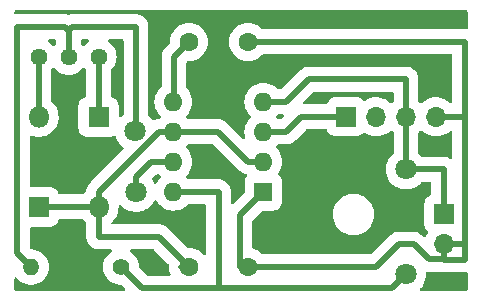
<source format=gbr>
G04 #@! TF.GenerationSoftware,KiCad,Pcbnew,8.0.6*
G04 #@! TF.CreationDate,2025-01-06T16:58:27+01:00*
G04 #@! TF.ProjectId,rc6502_fan_pwm,72633635-3032-45f6-9661-6e5f70776d2e,rev?*
G04 #@! TF.SameCoordinates,PX98005a8PY24f0c98*
G04 #@! TF.FileFunction,Copper,L2,Bot*
G04 #@! TF.FilePolarity,Positive*
%FSLAX46Y46*%
G04 Gerber Fmt 4.6, Leading zero omitted, Abs format (unit mm)*
G04 Created by KiCad (PCBNEW 8.0.6) date 2025-01-06 16:58:27*
%MOMM*%
%LPD*%
G01*
G04 APERTURE LIST*
G04 #@! TA.AperFunction,ComponentPad*
%ADD10C,1.440000*%
G04 #@! TD*
G04 #@! TA.AperFunction,ComponentPad*
%ADD11R,1.700000X1.700000*%
G04 #@! TD*
G04 #@! TA.AperFunction,ComponentPad*
%ADD12O,1.700000X1.700000*%
G04 #@! TD*
G04 #@! TA.AperFunction,ComponentPad*
%ADD13R,1.800000X1.800000*%
G04 #@! TD*
G04 #@! TA.AperFunction,ComponentPad*
%ADD14O,1.800000X1.800000*%
G04 #@! TD*
G04 #@! TA.AperFunction,ComponentPad*
%ADD15R,1.600000X1.600000*%
G04 #@! TD*
G04 #@! TA.AperFunction,ComponentPad*
%ADD16O,1.600000X1.600000*%
G04 #@! TD*
G04 #@! TA.AperFunction,ComponentPad*
%ADD17C,1.400000*%
G04 #@! TD*
G04 #@! TA.AperFunction,ComponentPad*
%ADD18O,1.400000X1.400000*%
G04 #@! TD*
G04 #@! TA.AperFunction,ComponentPad*
%ADD19C,1.600000*%
G04 #@! TD*
G04 #@! TA.AperFunction,ViaPad*
%ADD20C,1.800000*%
G04 #@! TD*
G04 #@! TA.AperFunction,Conductor*
%ADD21C,0.500000*%
G04 #@! TD*
G04 APERTURE END LIST*
D10*
G04 #@! TO.P,RV1,1,1*
G04 #@! TO.N,Net-(D1-K)*
X-31750000Y-4445000D03*
G04 #@! TO.P,RV1,2,2*
G04 #@! TO.N,Net-(U1-DIS)*
X-34290000Y-4445000D03*
G04 #@! TO.P,RV1,3,3*
G04 #@! TO.N,Net-(D2-A)*
X-36830000Y-4445000D03*
G04 #@! TD*
D11*
G04 #@! TO.P,J2,1,Pin_1*
G04 #@! TO.N,/PWM*
X-10795000Y-9525000D03*
D12*
G04 #@! TO.P,J2,2,Pin_2*
G04 #@! TO.N,unconnected-(J2-Pin_2-Pad2)*
X-8255000Y-9525000D03*
G04 #@! TO.P,J2,3,Pin_3*
G04 #@! TO.N,/VCC*
X-5715000Y-9525000D03*
G04 #@! TO.P,J2,4,Pin_4*
G04 #@! TO.N,/GND*
X-3175000Y-9525000D03*
G04 #@! TD*
D13*
G04 #@! TO.P,D2,1,K*
G04 #@! TO.N,Net-(D1-A)*
X-36830000Y-17145000D03*
D14*
G04 #@! TO.P,D2,2,A*
G04 #@! TO.N,Net-(D2-A)*
X-36830000Y-9525000D03*
G04 #@! TD*
D13*
G04 #@! TO.P,D1,1,K*
G04 #@! TO.N,Net-(D1-K)*
X-31750000Y-9525000D03*
D14*
G04 #@! TO.P,D1,2,A*
G04 #@! TO.N,Net-(D1-A)*
X-31750000Y-17145000D03*
G04 #@! TD*
D15*
G04 #@! TO.P,U1,1,GND*
G04 #@! TO.N,/GND*
X-17790000Y-15865000D03*
D16*
G04 #@! TO.P,U1,2,TR*
G04 #@! TO.N,Net-(D1-A)*
X-17790000Y-13325000D03*
G04 #@! TO.P,U1,3,Q*
G04 #@! TO.N,/PWM*
X-17790000Y-10785000D03*
G04 #@! TO.P,U1,4,R*
G04 #@! TO.N,/VCC*
X-17790000Y-8245000D03*
G04 #@! TO.P,U1,5,CV*
G04 #@! TO.N,Net-(U1-CV)*
X-25410000Y-8245000D03*
G04 #@! TO.P,U1,6,THR*
G04 #@! TO.N,Net-(D1-A)*
X-25410000Y-10785000D03*
G04 #@! TO.P,U1,7,DIS*
G04 #@! TO.N,Net-(U1-DIS)*
X-25410000Y-13325000D03*
G04 #@! TO.P,U1,8,VCC*
G04 #@! TO.N,/VCC*
X-25410000Y-15865000D03*
G04 #@! TD*
D17*
G04 #@! TO.P,R2,1*
G04 #@! TO.N,/VCC*
X-29845000Y-22225000D03*
D18*
G04 #@! TO.P,R2,2*
G04 #@! TO.N,Net-(U1-DIS)*
X-37465000Y-22225000D03*
G04 #@! TD*
D19*
G04 #@! TO.P,C2,1*
G04 #@! TO.N,Net-(U1-CV)*
X-24090000Y-3175000D03*
G04 #@! TO.P,C2,2*
G04 #@! TO.N,/GND*
X-19090000Y-3175000D03*
G04 #@! TD*
G04 #@! TO.P,C1,2*
G04 #@! TO.N,/GND*
X-19090000Y-22225000D03*
G04 #@! TO.P,C1,1*
G04 #@! TO.N,Net-(D1-A)*
X-24090000Y-22225000D03*
G04 #@! TD*
D12*
G04 #@! TO.P,J1,2,Pin_2*
G04 #@! TO.N,/GND*
X-2515000Y-20320000D03*
D11*
G04 #@! TO.P,J1,1,Pin_1*
G04 #@! TO.N,/VCC*
X-2515000Y-17780000D03*
G04 #@! TD*
D20*
G04 #@! TO.N,/VCC*
X-5715000Y-13970000D03*
X-5715000Y-22860000D03*
G04 #@! TO.N,Net-(U1-DIS)*
X-28575000Y-15875000D03*
X-28647805Y-10722195D03*
G04 #@! TD*
D21*
G04 #@! TO.N,/VCC*
X-17790000Y-8245000D02*
X-15865000Y-8245000D01*
X-13970000Y-6350000D02*
X-5715000Y-6350000D01*
X-15865000Y-8245000D02*
X-13970000Y-6350000D01*
X-5715000Y-6350000D02*
X-5715000Y-9525000D01*
G04 #@! TO.N,/PWM*
X-10795000Y-9525000D02*
X-14605000Y-9525000D01*
X-14605000Y-9525000D02*
X-15875000Y-10795000D01*
X-15875000Y-10795000D02*
X-17780000Y-10795000D01*
X-17780000Y-10795000D02*
X-17790000Y-10785000D01*
G04 #@! TO.N,/VCC*
X-5715000Y-13970000D02*
X-2540000Y-13970000D01*
X-2540000Y-13970000D02*
X-2515000Y-13995000D01*
X-2515000Y-13995000D02*
X-2515000Y-17780000D01*
X-5715000Y-13970000D02*
X-5715000Y-9525000D01*
G04 #@! TO.N,/GND*
X-19765000Y-17840000D02*
X-19765000Y-22225000D01*
X-19765000Y-22225000D02*
X-8255000Y-22225000D01*
X-8255000Y-22225000D02*
X-6350000Y-20320000D01*
X-17790000Y-15865000D02*
X-19765000Y-17840000D01*
X-5080000Y-20320000D02*
X-3810000Y-21590000D01*
X-6350000Y-20320000D02*
X-5080000Y-20320000D01*
X-3810000Y-21590000D02*
X-2535000Y-21590000D01*
G04 #@! TO.N,/VCC*
X-22860000Y-24015000D02*
X-21590000Y-24015000D01*
X-23505000Y-15865000D02*
X-25410000Y-15865000D01*
X-21590000Y-24015000D02*
X-21590000Y-15875000D01*
X-23495000Y-15875000D02*
X-23505000Y-15865000D01*
X-21590000Y-15875000D02*
X-23495000Y-15875000D01*
G04 #@! TO.N,/GND*
X-19090000Y-3175000D02*
X-750000Y-3175000D01*
X-750000Y-3175000D02*
X-750000Y-9525000D01*
G04 #@! TO.N,Net-(U1-CV)*
X-24090000Y-3175000D02*
X-25360000Y-4445000D01*
X-25360000Y-4445000D02*
X-25360000Y-8195000D01*
X-25360000Y-8195000D02*
X-25410000Y-8245000D01*
G04 #@! TO.N,Net-(D1-A)*
X-31750000Y-17145000D02*
X-31750000Y-19685000D01*
X-26630000Y-19685000D02*
X-24090000Y-22225000D01*
X-31750000Y-19685000D02*
X-26630000Y-19685000D01*
X-24090000Y-22225000D02*
X-24765000Y-22225000D01*
G04 #@! TO.N,/GND*
X-750000Y-20320000D02*
X-750000Y-9525000D01*
X-750000Y-21610000D02*
X-750000Y-20320000D01*
X-750000Y-20320000D02*
X-2515000Y-20320000D01*
X-2535000Y-21590000D02*
X-2515000Y-21570000D01*
X-2515000Y-21570000D02*
X-2515000Y-20320000D01*
G04 #@! TO.N,/VCC*
X-5715000Y-22860000D02*
X-6870000Y-24015000D01*
X-6870000Y-24015000D02*
X-22860000Y-24015000D01*
G04 #@! TO.N,/GND*
X-2535000Y-21590000D02*
X-2515000Y-21610000D01*
G04 #@! TO.N,Net-(U1-DIS)*
X-33972500Y-1905000D02*
X-34290000Y-2222500D01*
X-28647805Y-10722195D02*
X-28575000Y-10649390D01*
X-28575000Y-1905000D02*
X-33972500Y-1905000D01*
X-28575000Y-10649390D02*
X-28575000Y-1905000D01*
X-28575000Y-14605000D02*
X-27295000Y-13325000D01*
X-28575000Y-15875000D02*
X-28575000Y-14605000D01*
X-27295000Y-13325000D02*
X-25410000Y-13325000D01*
G04 #@! TO.N,Net-(D1-A)*
X-25410000Y-10785000D02*
X-26660000Y-10785000D01*
X-26660000Y-10785000D02*
X-31750000Y-15875000D01*
X-31750000Y-15875000D02*
X-31750000Y-17145000D01*
X-17790000Y-13325000D02*
X-19060000Y-13325000D01*
X-19060000Y-13325000D02*
X-21600000Y-10785000D01*
X-21600000Y-10785000D02*
X-25410000Y-10785000D01*
G04 #@! TO.N,/VCC*
X-29845000Y-22225000D02*
X-28055000Y-24015000D01*
X-28055000Y-24015000D02*
X-22860000Y-24015000D01*
G04 #@! TO.N,Net-(U1-DIS)*
X-37465000Y-22225000D02*
X-38620000Y-21070000D01*
X-38620000Y-21070000D02*
X-38620000Y-1905000D01*
X-38620000Y-1905000D02*
X-34607500Y-1905000D01*
X-34607500Y-1905000D02*
X-34290000Y-2222500D01*
X-34290000Y-2222500D02*
X-34290000Y-3175000D01*
G04 #@! TO.N,/GND*
X-750000Y-9525000D02*
X-3175000Y-9525000D01*
G04 #@! TO.N,Net-(D1-A)*
X-36830000Y-17145000D02*
X-31750000Y-17145000D01*
G04 #@! TO.N,Net-(D1-K)*
X-31750000Y-4445000D02*
X-31750000Y-9525000D01*
G04 #@! TO.N,Net-(U1-DIS)*
X-34290000Y-3175000D02*
X-34290000Y-4445000D01*
G04 #@! TO.N,Net-(D2-A)*
X-36830000Y-9525000D02*
X-36830000Y-4445000D01*
G04 #@! TO.N,/GND*
X-2515000Y-21610000D02*
X-750000Y-21610000D01*
G04 #@! TD*
G04 #@! TA.AperFunction,NonConductor*
G36*
X-32602045Y-2975185D02*
G01*
X-32556290Y-3027989D01*
X-32546346Y-3097147D01*
X-32575371Y-3160703D01*
X-32604294Y-3185227D01*
X-32646489Y-3211083D01*
X-32646494Y-3211087D01*
X-32828481Y-3366519D01*
X-32925710Y-3480360D01*
X-32984217Y-3518553D01*
X-33054085Y-3519052D01*
X-33113131Y-3481698D01*
X-33114290Y-3480360D01*
X-33160591Y-3426148D01*
X-33209791Y-3368542D01*
X-33238361Y-3304782D01*
X-33239500Y-3288012D01*
X-33239500Y-3079500D01*
X-33219815Y-3012461D01*
X-33167011Y-2966706D01*
X-33115500Y-2955500D01*
X-32669084Y-2955500D01*
X-32602045Y-2975185D01*
G37*
G04 #@! TD.AperFunction*
G04 #@! TA.AperFunction,NonConductor*
G36*
X-35397461Y-2975185D02*
G01*
X-35351706Y-3027989D01*
X-35340500Y-3079500D01*
X-35340500Y-3288012D01*
X-35360185Y-3355051D01*
X-35370207Y-3368539D01*
X-35419409Y-3426148D01*
X-35465710Y-3480360D01*
X-35524217Y-3518553D01*
X-35594085Y-3519052D01*
X-35653131Y-3481698D01*
X-35654290Y-3480360D01*
X-35700589Y-3426151D01*
X-35751519Y-3366519D01*
X-35851014Y-3281543D01*
X-35933507Y-3211087D01*
X-35933512Y-3211083D01*
X-35975706Y-3185227D01*
X-36022581Y-3133415D01*
X-36034004Y-3064486D01*
X-36006347Y-3000323D01*
X-35948391Y-2961298D01*
X-35910916Y-2955500D01*
X-35464500Y-2955500D01*
X-35397461Y-2975185D01*
G37*
G04 #@! TD.AperFunction*
G04 #@! TA.AperFunction,NonConductor*
G36*
X-6822461Y-7420185D02*
G01*
X-6776706Y-7472989D01*
X-6765500Y-7524500D01*
X-6765500Y-8194494D01*
X-6785185Y-8261533D01*
X-6808968Y-8288784D01*
X-6885683Y-8354305D01*
X-6885685Y-8354307D01*
X-6885687Y-8354309D01*
X-6885689Y-8354311D01*
X-6890713Y-8360193D01*
X-6949219Y-8398383D01*
X-7019087Y-8398881D01*
X-7078132Y-8361526D01*
X-7079233Y-8360256D01*
X-7084311Y-8354311D01*
X-7281860Y-8185588D01*
X-7503372Y-8049846D01*
X-7503373Y-8049845D01*
X-7503377Y-8049843D01*
X-7669373Y-7981086D01*
X-7743390Y-7950427D01*
X-7743389Y-7950427D01*
X-7881079Y-7917370D01*
X-7996006Y-7889779D01*
X-7996008Y-7889778D01*
X-7996009Y-7889778D01*
X-8255000Y-7869396D01*
X-8513991Y-7889778D01*
X-8766611Y-7950427D01*
X-9006627Y-8049845D01*
X-9190796Y-8162703D01*
X-9258241Y-8180947D01*
X-9324844Y-8159830D01*
X-9343266Y-8144656D01*
X-9442738Y-8045184D01*
X-9595477Y-7949211D01*
X-9765746Y-7889631D01*
X-9765751Y-7889630D01*
X-9900040Y-7874500D01*
X-9900046Y-7874500D01*
X-11689954Y-7874500D01*
X-11689961Y-7874500D01*
X-11824250Y-7889630D01*
X-11824255Y-7889631D01*
X-11994524Y-7949211D01*
X-12147263Y-8045184D01*
X-12274816Y-8172737D01*
X-12370790Y-8325478D01*
X-12393875Y-8391454D01*
X-12434597Y-8448230D01*
X-12499549Y-8473978D01*
X-12510917Y-8474500D01*
X-14309507Y-8474500D01*
X-14376546Y-8454815D01*
X-14422301Y-8402011D01*
X-14432245Y-8332853D01*
X-14403220Y-8269297D01*
X-14397188Y-8262819D01*
X-14033579Y-7899211D01*
X-13571187Y-7436819D01*
X-13509864Y-7403334D01*
X-13483506Y-7400500D01*
X-6889500Y-7400500D01*
X-6822461Y-7420185D01*
G37*
G04 #@! TD.AperFunction*
G04 #@! TA.AperFunction,NonConductor*
G36*
X-29682461Y-2975185D02*
G01*
X-29636706Y-3027989D01*
X-29625500Y-3079500D01*
X-29625500Y-9265118D01*
X-29645185Y-9332157D01*
X-29679646Y-9367570D01*
X-29711020Y-9388960D01*
X-29841159Y-9509712D01*
X-29903691Y-9540880D01*
X-29973148Y-9533293D01*
X-30027477Y-9489359D01*
X-30049428Y-9423028D01*
X-30049500Y-9418813D01*
X-30049500Y-8580043D01*
X-30049501Y-8580039D01*
X-30064631Y-8445750D01*
X-30064632Y-8445745D01*
X-30079935Y-8402011D01*
X-30124211Y-8275478D01*
X-30143362Y-8245000D01*
X-30176810Y-8191768D01*
X-30220184Y-8122738D01*
X-30347738Y-7995184D01*
X-30418968Y-7950427D01*
X-30500477Y-7899211D01*
X-30616455Y-7858629D01*
X-30673231Y-7817907D01*
X-30698978Y-7752954D01*
X-30699500Y-7741587D01*
X-30699500Y-5601988D01*
X-30679815Y-5534949D01*
X-30669794Y-5521460D01*
X-30516086Y-5341491D01*
X-30515092Y-5339870D01*
X-30391035Y-5137427D01*
X-30299447Y-4916313D01*
X-30264730Y-4771707D01*
X-30243576Y-4683594D01*
X-30224798Y-4445000D01*
X-30243576Y-4206406D01*
X-30299447Y-3973687D01*
X-30310334Y-3947402D01*
X-30391035Y-3752572D01*
X-30516084Y-3548511D01*
X-30516088Y-3548506D01*
X-30620589Y-3426151D01*
X-30671519Y-3366519D01*
X-30771014Y-3281543D01*
X-30853507Y-3211087D01*
X-30853512Y-3211083D01*
X-30895706Y-3185227D01*
X-30942581Y-3133415D01*
X-30954004Y-3064486D01*
X-30926347Y-3000323D01*
X-30868391Y-2961298D01*
X-30830916Y-2955500D01*
X-29749500Y-2955500D01*
X-29682461Y-2975185D01*
G37*
G04 #@! TD.AperFunction*
G04 #@! TA.AperFunction,NonConductor*
G36*
X-16093454Y-9315185D02*
G01*
X-16047699Y-9367989D01*
X-16037755Y-9437147D01*
X-16066780Y-9500703D01*
X-16072812Y-9507181D01*
X-16273812Y-9708181D01*
X-16335135Y-9741666D01*
X-16361493Y-9744500D01*
X-16516709Y-9744500D01*
X-16583748Y-9724815D01*
X-16610999Y-9701032D01*
X-16619550Y-9691021D01*
X-16654776Y-9649776D01*
X-16702181Y-9609289D01*
X-16740373Y-9550784D01*
X-16740872Y-9480916D01*
X-16703518Y-9421870D01*
X-16702244Y-9420764D01*
X-16654776Y-9380224D01*
X-16619540Y-9338967D01*
X-16561035Y-9300776D01*
X-16525251Y-9295500D01*
X-16160493Y-9295500D01*
X-16093454Y-9315185D01*
G37*
G04 #@! TD.AperFunction*
G04 #@! TA.AperFunction,NonConductor*
G36*
X-557461Y-520185D02*
G01*
X-511706Y-572989D01*
X-500500Y-624500D01*
X-500500Y-2002453D01*
X-520185Y-2069492D01*
X-572989Y-2115247D01*
X-640457Y-2124947D01*
X-640471Y-2125097D01*
X-641078Y-2125037D01*
X-642147Y-2125191D01*
X-645709Y-2124581D01*
X-646533Y-2124500D01*
X-646535Y-2124500D01*
X-17825251Y-2124500D01*
X-17892290Y-2104815D01*
X-17919538Y-2081034D01*
X-17954776Y-2039776D01*
X-17954777Y-2039775D01*
X-18146344Y-1876161D01*
X-18146347Y-1876160D01*
X-18361141Y-1744533D01*
X-18593890Y-1648126D01*
X-18838849Y-1589317D01*
X-19090000Y-1569551D01*
X-19341152Y-1589317D01*
X-19586111Y-1648126D01*
X-19818860Y-1744533D01*
X-20033654Y-1876160D01*
X-20033657Y-1876161D01*
X-20225224Y-2039776D01*
X-20388839Y-2231343D01*
X-20388840Y-2231346D01*
X-20520467Y-2446140D01*
X-20616874Y-2678889D01*
X-20675683Y-2923848D01*
X-20695449Y-3175000D01*
X-20675683Y-3426151D01*
X-20616874Y-3671110D01*
X-20520467Y-3903859D01*
X-20388840Y-4118653D01*
X-20388839Y-4118656D01*
X-20388836Y-4118659D01*
X-20225224Y-4310224D01*
X-20076934Y-4436875D01*
X-20033657Y-4473838D01*
X-20033654Y-4473839D01*
X-19818860Y-4605466D01*
X-19586111Y-4701873D01*
X-19341148Y-4760683D01*
X-19090000Y-4780449D01*
X-18838852Y-4760683D01*
X-18593889Y-4701873D01*
X-18361141Y-4605466D01*
X-18146341Y-4473836D01*
X-17954776Y-4310224D01*
X-17919540Y-4268967D01*
X-17861035Y-4230776D01*
X-17825251Y-4225500D01*
X-1924500Y-4225500D01*
X-1857461Y-4245185D01*
X-1811706Y-4297989D01*
X-1800500Y-4349500D01*
X-1800500Y-8259405D01*
X-1820185Y-8326444D01*
X-1872989Y-8372199D01*
X-1942147Y-8382143D01*
X-2005031Y-8353695D01*
X-2201857Y-8185590D01*
X-2209434Y-8180947D01*
X-2423372Y-8049846D01*
X-2423373Y-8049845D01*
X-2423377Y-8049843D01*
X-2589373Y-7981086D01*
X-2663390Y-7950427D01*
X-2663389Y-7950427D01*
X-2801079Y-7917370D01*
X-2916006Y-7889779D01*
X-2916008Y-7889778D01*
X-2916009Y-7889778D01*
X-3175000Y-7869396D01*
X-3433991Y-7889778D01*
X-3686611Y-7950427D01*
X-3926624Y-8049843D01*
X-4148141Y-8185588D01*
X-4345687Y-8354309D01*
X-4345689Y-8354311D01*
X-4350713Y-8360193D01*
X-4409219Y-8398383D01*
X-4479087Y-8398881D01*
X-4538132Y-8361526D01*
X-4539233Y-8360256D01*
X-4544311Y-8354311D01*
X-4578070Y-8325478D01*
X-4621032Y-8288784D01*
X-4659225Y-8230277D01*
X-4664500Y-8194494D01*
X-4664500Y-6246534D01*
X-4664501Y-6246530D01*
X-4704869Y-6043587D01*
X-4704870Y-6043580D01*
X-4784059Y-5852402D01*
X-4899023Y-5680345D01*
X-4899025Y-5680342D01*
X-5045343Y-5534024D01*
X-5131374Y-5476541D01*
X-5217402Y-5419059D01*
X-5408580Y-5339870D01*
X-5408588Y-5339868D01*
X-5611531Y-5299500D01*
X-5611535Y-5299500D01*
X-13860401Y-5299500D01*
X-13860421Y-5299499D01*
X-13866535Y-5299499D01*
X-14073465Y-5299499D01*
X-14073467Y-5299499D01*
X-14276415Y-5339868D01*
X-14276425Y-5339871D01*
X-14467592Y-5419054D01*
X-14467605Y-5419061D01*
X-14639655Y-5534022D01*
X-14639659Y-5534025D01*
X-16263812Y-7158181D01*
X-16325135Y-7191666D01*
X-16351493Y-7194500D01*
X-16525251Y-7194500D01*
X-16592290Y-7174815D01*
X-16619538Y-7151034D01*
X-16654776Y-7109776D01*
X-16689501Y-7080118D01*
X-16846344Y-6946161D01*
X-16846347Y-6946160D01*
X-17061141Y-6814533D01*
X-17293890Y-6718126D01*
X-17538849Y-6659317D01*
X-17790000Y-6639551D01*
X-18041152Y-6659317D01*
X-18286111Y-6718126D01*
X-18518860Y-6814533D01*
X-18733654Y-6946160D01*
X-18733657Y-6946161D01*
X-18925224Y-7109776D01*
X-19088839Y-7301343D01*
X-19088840Y-7301346D01*
X-19220467Y-7516140D01*
X-19316874Y-7748889D01*
X-19375683Y-7993848D01*
X-19395449Y-8245000D01*
X-19375683Y-8496151D01*
X-19316874Y-8741110D01*
X-19220467Y-8973859D01*
X-19088840Y-9188653D01*
X-19088839Y-9188656D01*
X-19088836Y-9188659D01*
X-18925224Y-9380224D01*
X-18880042Y-9418813D01*
X-18877821Y-9420710D01*
X-18839628Y-9479217D01*
X-18839130Y-9549085D01*
X-18876484Y-9608131D01*
X-18877821Y-9609290D01*
X-18925224Y-9649776D01*
X-19088839Y-9841343D01*
X-19088840Y-9841346D01*
X-19220467Y-10056140D01*
X-19316874Y-10288889D01*
X-19375683Y-10533848D01*
X-19395449Y-10785000D01*
X-19375683Y-11036151D01*
X-19324297Y-11250189D01*
X-19327788Y-11319972D01*
X-19368452Y-11376789D01*
X-19433378Y-11402602D01*
X-19501954Y-11389216D01*
X-19532552Y-11366817D01*
X-20779683Y-10119686D01*
X-20779703Y-10119664D01*
X-20930343Y-9969024D01*
X-21082301Y-9867490D01*
X-21102402Y-9854059D01*
X-21133094Y-9841346D01*
X-21293580Y-9774870D01*
X-21293588Y-9774868D01*
X-21496531Y-9734500D01*
X-21496535Y-9734500D01*
X-24145251Y-9734500D01*
X-24212290Y-9714815D01*
X-24239538Y-9691034D01*
X-24274776Y-9649776D01*
X-24322181Y-9609289D01*
X-24360373Y-9550784D01*
X-24360872Y-9480916D01*
X-24323518Y-9421870D01*
X-24322244Y-9420764D01*
X-24274776Y-9380224D01*
X-24111164Y-9188659D01*
X-23979534Y-8973859D01*
X-23883127Y-8741111D01*
X-23824317Y-8496148D01*
X-23804551Y-8245000D01*
X-23824317Y-7993852D01*
X-23883127Y-7748889D01*
X-23886152Y-7741587D01*
X-23979534Y-7516140D01*
X-24111161Y-7301346D01*
X-24111162Y-7301344D01*
X-24111163Y-7301343D01*
X-24111164Y-7301341D01*
X-24274776Y-7109776D01*
X-24274777Y-7109775D01*
X-24277940Y-7106071D01*
X-24276668Y-7104984D01*
X-24306666Y-7050047D01*
X-24309500Y-7023689D01*
X-24309500Y-4931493D01*
X-24289815Y-4864454D01*
X-24273181Y-4843812D01*
X-24241498Y-4812129D01*
X-24180175Y-4778644D01*
X-24144090Y-4776192D01*
X-24090000Y-4780449D01*
X-23838852Y-4760683D01*
X-23593889Y-4701873D01*
X-23361141Y-4605466D01*
X-23146341Y-4473836D01*
X-22954776Y-4310224D01*
X-22791164Y-4118659D01*
X-22659534Y-3903859D01*
X-22563127Y-3671111D01*
X-22504317Y-3426148D01*
X-22484551Y-3175000D01*
X-22504317Y-2923852D01*
X-22563127Y-2678889D01*
X-22659534Y-2446141D01*
X-22659534Y-2446140D01*
X-22791161Y-2231346D01*
X-22791162Y-2231343D01*
X-22828125Y-2188066D01*
X-22954776Y-2039776D01*
X-23081429Y-1931604D01*
X-23146344Y-1876161D01*
X-23146347Y-1876160D01*
X-23361141Y-1744533D01*
X-23593890Y-1648126D01*
X-23838849Y-1589317D01*
X-24090000Y-1569551D01*
X-24341152Y-1589317D01*
X-24586111Y-1648126D01*
X-24818860Y-1744533D01*
X-25033654Y-1876160D01*
X-25033657Y-1876161D01*
X-25225224Y-2039776D01*
X-25388839Y-2231343D01*
X-25388840Y-2231346D01*
X-25520467Y-2446140D01*
X-25616874Y-2678889D01*
X-25675683Y-2923848D01*
X-25695449Y-3175001D01*
X-25691193Y-3229089D01*
X-25705558Y-3297466D01*
X-25727130Y-3326497D01*
X-25880992Y-3480360D01*
X-26029652Y-3629020D01*
X-26029655Y-3629023D01*
X-26071742Y-3671110D01*
X-26175977Y-3775344D01*
X-26290942Y-3947403D01*
X-26370130Y-4138579D01*
X-26370132Y-4138587D01*
X-26410500Y-4341530D01*
X-26410500Y-6937545D01*
X-26430185Y-7004584D01*
X-26453968Y-7031835D01*
X-26545224Y-7109776D01*
X-26708839Y-7301343D01*
X-26708840Y-7301346D01*
X-26840467Y-7516140D01*
X-26936874Y-7748889D01*
X-26995683Y-7993848D01*
X-27015449Y-8245000D01*
X-26995683Y-8496151D01*
X-26936874Y-8741110D01*
X-26840467Y-8973859D01*
X-26708840Y-9188653D01*
X-26708839Y-9188656D01*
X-26708836Y-9188659D01*
X-26545224Y-9380224D01*
X-26500042Y-9418813D01*
X-26497821Y-9420710D01*
X-26459628Y-9479217D01*
X-26459130Y-9549085D01*
X-26496484Y-9608131D01*
X-26497814Y-9609283D01*
X-26545224Y-9649776D01*
X-26580461Y-9691032D01*
X-26638965Y-9729224D01*
X-26674749Y-9734500D01*
X-26763470Y-9734500D01*
X-26966413Y-9774868D01*
X-26966425Y-9774871D01*
X-27079613Y-9821755D01*
X-27149082Y-9829224D01*
X-27211561Y-9797948D01*
X-27234452Y-9769194D01*
X-27238846Y-9761583D01*
X-27397755Y-9562318D01*
X-27397756Y-9562317D01*
X-27397759Y-9562313D01*
X-27484841Y-9481514D01*
X-27520596Y-9421486D01*
X-27524500Y-9390615D01*
X-27524500Y-1801534D01*
X-27524501Y-1801530D01*
X-27564869Y-1598587D01*
X-27564870Y-1598580D01*
X-27644059Y-1407402D01*
X-27759023Y-1235345D01*
X-27759025Y-1235342D01*
X-27905343Y-1089024D01*
X-27991374Y-1031541D01*
X-28077402Y-974059D01*
X-28268580Y-894870D01*
X-28268588Y-894868D01*
X-28471531Y-854500D01*
X-28471535Y-854500D01*
X-33862901Y-854500D01*
X-33862921Y-854499D01*
X-33869035Y-854499D01*
X-34075965Y-854499D01*
X-34075968Y-854499D01*
X-34265809Y-892261D01*
X-34314191Y-892261D01*
X-34504031Y-854500D01*
X-34504035Y-854500D01*
X-38516535Y-854500D01*
X-38723465Y-854500D01*
X-38723467Y-854500D01*
X-38729529Y-855097D01*
X-38729704Y-853323D01*
X-38790919Y-847835D01*
X-38846089Y-804963D01*
X-38869323Y-739070D01*
X-38869500Y-732453D01*
X-38869500Y-624500D01*
X-38849815Y-557461D01*
X-38797011Y-511706D01*
X-38745500Y-500500D01*
X-624500Y-500500D01*
X-557461Y-520185D01*
G37*
G04 #@! TD.AperFunction*
G04 #@! TA.AperFunction,NonConductor*
G36*
X-4351872Y-10688468D02*
G01*
X-4350803Y-10689702D01*
X-4345689Y-10695689D01*
X-4148140Y-10864412D01*
X-3926628Y-11000154D01*
X-3926626Y-11000154D01*
X-3926624Y-11000156D01*
X-3915371Y-11004817D01*
X-3686610Y-11099573D01*
X-3433994Y-11160221D01*
X-3175000Y-11180604D01*
X-2916006Y-11160221D01*
X-2663390Y-11099573D01*
X-2423372Y-11000154D01*
X-2201860Y-10864412D01*
X-2005031Y-10696303D01*
X-1941270Y-10667733D01*
X-1872185Y-10678170D01*
X-1819709Y-10724301D01*
X-1800500Y-10790594D01*
X-1800500Y-12968704D01*
X-1820185Y-13035743D01*
X-1872989Y-13081498D01*
X-1942147Y-13091442D01*
X-1993389Y-13071807D01*
X-2042402Y-13039059D01*
X-2233580Y-12959870D01*
X-2233588Y-12959868D01*
X-2436531Y-12919500D01*
X-2436535Y-12919500D01*
X-4318009Y-12919500D01*
X-4385048Y-12899815D01*
X-4414956Y-12872813D01*
X-4464950Y-12810123D01*
X-4464953Y-12810120D01*
X-4624841Y-12661765D01*
X-4660596Y-12601737D01*
X-4664500Y-12570867D01*
X-4664500Y-10855504D01*
X-4644815Y-10788465D01*
X-4621035Y-10761216D01*
X-4544311Y-10695689D01*
X-4539290Y-10689809D01*
X-4480787Y-10651617D01*
X-4410919Y-10651116D01*
X-4351872Y-10688468D01*
G37*
G04 #@! TD.AperFunction*
G04 #@! TA.AperFunction,NonConductor*
G36*
X-26607710Y-14395185D02*
G01*
X-26580463Y-14418965D01*
X-26545224Y-14460224D01*
X-26530698Y-14472630D01*
X-26497821Y-14500710D01*
X-26459628Y-14559217D01*
X-26459130Y-14629085D01*
X-26496484Y-14688131D01*
X-26497814Y-14689283D01*
X-26528481Y-14715476D01*
X-26545224Y-14729776D01*
X-26708839Y-14921343D01*
X-26708840Y-14921346D01*
X-26833281Y-15124413D01*
X-26885093Y-15171289D01*
X-26954023Y-15182711D01*
X-27018186Y-15155053D01*
X-27046395Y-15121623D01*
X-27062927Y-15092989D01*
X-27166041Y-14914388D01*
X-27200200Y-14871554D01*
X-27226607Y-14806870D01*
X-27213852Y-14738174D01*
X-27190939Y-14706568D01*
X-26896186Y-14411816D01*
X-26834865Y-14378334D01*
X-26808507Y-14375500D01*
X-26674749Y-14375500D01*
X-26607710Y-14395185D01*
G37*
G04 #@! TD.AperFunction*
G04 #@! TA.AperFunction,NonConductor*
G36*
X-32926870Y-5408301D02*
G01*
X-32925755Y-5409587D01*
X-32830209Y-5521458D01*
X-32801639Y-5585218D01*
X-32800500Y-5601988D01*
X-32800500Y-7741587D01*
X-32820185Y-7808626D01*
X-32872989Y-7854381D01*
X-32883545Y-7858629D01*
X-32999524Y-7899211D01*
X-33152263Y-7995184D01*
X-33279816Y-8122737D01*
X-33375789Y-8275476D01*
X-33435369Y-8445745D01*
X-33435370Y-8445750D01*
X-33450500Y-8580039D01*
X-33450500Y-10469960D01*
X-33435370Y-10604249D01*
X-33435369Y-10604254D01*
X-33375789Y-10774523D01*
X-33314629Y-10871858D01*
X-33279816Y-10927262D01*
X-33152262Y-11054816D01*
X-33081033Y-11099572D01*
X-33029944Y-11131674D01*
X-32999522Y-11150789D01*
X-32894571Y-11187513D01*
X-32829255Y-11210368D01*
X-32829250Y-11210369D01*
X-32738754Y-11220565D01*
X-32694960Y-11225499D01*
X-32694957Y-11225500D01*
X-32694954Y-11225500D01*
X-30805043Y-11225500D01*
X-30805042Y-11225499D01*
X-30737896Y-11217934D01*
X-30670751Y-11210369D01*
X-30670748Y-11210368D01*
X-30670745Y-11210368D01*
X-30500478Y-11150789D01*
X-30468061Y-11130419D01*
X-30400825Y-11111419D01*
X-30333989Y-11131786D01*
X-30288775Y-11185053D01*
X-30281198Y-11207816D01*
X-30277316Y-11224822D01*
X-30277313Y-11224832D01*
X-30185963Y-11457587D01*
X-30184197Y-11462085D01*
X-30182713Y-11464655D01*
X-30056764Y-11682807D01*
X-29897855Y-11882072D01*
X-29711022Y-12055427D01*
X-29660723Y-12089720D01*
X-29659293Y-12090695D01*
X-29614991Y-12144724D01*
X-29606931Y-12214127D01*
X-29637674Y-12276870D01*
X-29641463Y-12280830D01*
X-31076475Y-13715843D01*
X-32419652Y-15059020D01*
X-32419655Y-15059023D01*
X-32482255Y-15121623D01*
X-32565977Y-15205344D01*
X-32680942Y-15377403D01*
X-32760130Y-15568579D01*
X-32760132Y-15568585D01*
X-32799602Y-15767014D01*
X-32831987Y-15828925D01*
X-32836877Y-15833720D01*
X-33000052Y-15985124D01*
X-33050044Y-16047813D01*
X-33107232Y-16087953D01*
X-33146991Y-16094500D01*
X-35046588Y-16094500D01*
X-35113627Y-16074815D01*
X-35159382Y-16022011D01*
X-35163625Y-16011468D01*
X-35204211Y-15895478D01*
X-35300184Y-15742738D01*
X-35427738Y-15615184D01*
X-35580477Y-15519211D01*
X-35750746Y-15459631D01*
X-35750751Y-15459630D01*
X-35885040Y-15444500D01*
X-35885046Y-15444500D01*
X-37445500Y-15444500D01*
X-37512539Y-15424815D01*
X-37558294Y-15372011D01*
X-37569500Y-15320500D01*
X-37569500Y-11244468D01*
X-37549815Y-11177429D01*
X-37497011Y-11131674D01*
X-37427853Y-11121730D01*
X-37408961Y-11125974D01*
X-37209458Y-11187513D01*
X-36957435Y-11225500D01*
X-36702565Y-11225500D01*
X-36450542Y-11187513D01*
X-36206996Y-11112389D01*
X-35977366Y-11001805D01*
X-35766783Y-10858232D01*
X-35579950Y-10684877D01*
X-35421041Y-10485612D01*
X-35293607Y-10264888D01*
X-35200492Y-10027637D01*
X-35143778Y-9779157D01*
X-35135616Y-9670232D01*
X-35124732Y-9525004D01*
X-35124732Y-9524995D01*
X-35143778Y-9270845D01*
X-35162538Y-9188653D01*
X-35200492Y-9022363D01*
X-35293607Y-8785112D01*
X-35421041Y-8564388D01*
X-35579950Y-8365123D01*
X-35579956Y-8365117D01*
X-35579959Y-8365114D01*
X-35739841Y-8216765D01*
X-35775596Y-8156737D01*
X-35779500Y-8125867D01*
X-35779500Y-5601988D01*
X-35759815Y-5534949D01*
X-35749796Y-5521462D01*
X-35654290Y-5409638D01*
X-35595784Y-5371446D01*
X-35525916Y-5370947D01*
X-35466870Y-5408301D01*
X-35465755Y-5409587D01*
X-35370210Y-5521457D01*
X-35368481Y-5523481D01*
X-35186494Y-5678912D01*
X-35186489Y-5678916D01*
X-34982428Y-5803965D01*
X-34761314Y-5895553D01*
X-34561608Y-5943498D01*
X-34528594Y-5951424D01*
X-34290000Y-5970202D01*
X-34051406Y-5951424D01*
X-33818687Y-5895553D01*
X-33597573Y-5803965D01*
X-33393509Y-5678914D01*
X-33211519Y-5523481D01*
X-33114290Y-5409638D01*
X-33055784Y-5371446D01*
X-32985916Y-5370947D01*
X-32926870Y-5408301D01*
G37*
G04 #@! TD.AperFunction*
G04 #@! TA.AperFunction,NonConductor*
G36*
X-22019454Y-11855185D02*
G01*
X-21998812Y-11871819D01*
X-19879103Y-13991528D01*
X-19879074Y-13991559D01*
X-19729658Y-14140975D01*
X-19729655Y-14140977D01*
X-19557598Y-14255941D01*
X-19366420Y-14335130D01*
X-19281823Y-14351957D01*
X-19219913Y-14384341D01*
X-19185339Y-14445057D01*
X-19189078Y-14514826D01*
X-19215716Y-14557103D01*
X-19215475Y-14557295D01*
X-19217197Y-14559453D01*
X-19218327Y-14561248D01*
X-19219813Y-14562733D01*
X-19219816Y-14562737D01*
X-19315789Y-14715476D01*
X-19375369Y-14885745D01*
X-19375370Y-14885750D01*
X-19390500Y-15020039D01*
X-19390500Y-15928506D01*
X-19410185Y-15995545D01*
X-19426819Y-16016187D01*
X-20327819Y-16917187D01*
X-20389142Y-16950672D01*
X-20458834Y-16945688D01*
X-20514767Y-16903816D01*
X-20539184Y-16838352D01*
X-20539500Y-16829506D01*
X-20539500Y-15771534D01*
X-20539501Y-15771530D01*
X-20567153Y-15632513D01*
X-20579870Y-15568580D01*
X-20659059Y-15377402D01*
X-20774023Y-15205345D01*
X-20774024Y-15205344D01*
X-20774025Y-15205342D01*
X-20920342Y-15059025D01*
X-20978689Y-15020039D01*
X-21092402Y-14944059D01*
X-21124866Y-14930612D01*
X-21283580Y-14864870D01*
X-21283588Y-14864868D01*
X-21486531Y-14824500D01*
X-21486535Y-14824500D01*
X-23339050Y-14824500D01*
X-23363241Y-14822117D01*
X-23379086Y-14818965D01*
X-23401534Y-14814500D01*
X-23401535Y-14814500D01*
X-24145251Y-14814500D01*
X-24212290Y-14794815D01*
X-24239538Y-14771034D01*
X-24274776Y-14729776D01*
X-24322181Y-14689289D01*
X-24360373Y-14630784D01*
X-24360872Y-14560916D01*
X-24323518Y-14501870D01*
X-24322244Y-14500764D01*
X-24274776Y-14460224D01*
X-24111164Y-14268659D01*
X-23979534Y-14053859D01*
X-23883127Y-13821111D01*
X-23824317Y-13576148D01*
X-23804551Y-13325000D01*
X-23824317Y-13073852D01*
X-23883127Y-12828889D01*
X-23890900Y-12810123D01*
X-23979534Y-12596140D01*
X-24111161Y-12381346D01*
X-24111162Y-12381343D01*
X-24274776Y-12189776D01*
X-24292073Y-12175003D01*
X-24322181Y-12149289D01*
X-24360373Y-12090784D01*
X-24360872Y-12020916D01*
X-24323518Y-11961870D01*
X-24322244Y-11960764D01*
X-24274776Y-11920224D01*
X-24239540Y-11878967D01*
X-24181035Y-11840776D01*
X-24145251Y-11835500D01*
X-22086493Y-11835500D01*
X-22019454Y-11855185D01*
G37*
G04 #@! TD.AperFunction*
G04 #@! TA.AperFunction,NonConductor*
G36*
X-12443878Y-10595185D02*
G01*
X-12398123Y-10647989D01*
X-12393875Y-10658546D01*
X-12370790Y-10724521D01*
X-12286774Y-10858231D01*
X-12274816Y-10877262D01*
X-12147262Y-11004816D01*
X-12065346Y-11056287D01*
X-11996458Y-11099573D01*
X-11994522Y-11100789D01*
X-11851633Y-11150788D01*
X-11824255Y-11160368D01*
X-11824250Y-11160369D01*
X-11733754Y-11170565D01*
X-11689960Y-11175499D01*
X-11689957Y-11175500D01*
X-11689954Y-11175500D01*
X-9900043Y-11175500D01*
X-9900042Y-11175499D01*
X-9832896Y-11167934D01*
X-9765751Y-11160369D01*
X-9765748Y-11160368D01*
X-9765745Y-11160368D01*
X-9595478Y-11100789D01*
X-9442738Y-11004816D01*
X-9343263Y-10905340D01*
X-9281944Y-10871858D01*
X-9212252Y-10876842D01*
X-9190795Y-10887297D01*
X-9006629Y-11000154D01*
X-8995371Y-11004817D01*
X-8766610Y-11099573D01*
X-8513994Y-11160221D01*
X-8255000Y-11180604D01*
X-7996006Y-11160221D01*
X-7743390Y-11099573D01*
X-7503372Y-11000154D01*
X-7281860Y-10864412D01*
X-7084311Y-10695689D01*
X-7079290Y-10689809D01*
X-7020787Y-10651617D01*
X-6950919Y-10651116D01*
X-6891872Y-10688468D01*
X-6890803Y-10689702D01*
X-6885689Y-10695689D01*
X-6808968Y-10761215D01*
X-6770775Y-10819720D01*
X-6765500Y-10855504D01*
X-6765500Y-12570867D01*
X-6785185Y-12637906D01*
X-6805159Y-12661765D01*
X-6965042Y-12810114D01*
X-6965050Y-12810123D01*
X-7123959Y-13009388D01*
X-7251392Y-13230109D01*
X-7344508Y-13467362D01*
X-7344510Y-13467369D01*
X-7401223Y-13715845D01*
X-7420268Y-13969995D01*
X-7420268Y-13970004D01*
X-7401223Y-14224154D01*
X-7347342Y-14460224D01*
X-7344508Y-14472637D01*
X-7251393Y-14709888D01*
X-7123959Y-14930612D01*
X-6965050Y-15129877D01*
X-6778217Y-15303232D01*
X-6567634Y-15446805D01*
X-6567629Y-15446807D01*
X-6567628Y-15446808D01*
X-6567627Y-15446809D01*
X-6445672Y-15505538D01*
X-6338008Y-15557387D01*
X-6338007Y-15557387D01*
X-6338004Y-15557389D01*
X-6094458Y-15632513D01*
X-5842435Y-15670500D01*
X-5587565Y-15670500D01*
X-5335542Y-15632513D01*
X-5091996Y-15557389D01*
X-4910542Y-15470005D01*
X-4862374Y-15446809D01*
X-4862374Y-15446808D01*
X-4862366Y-15446805D01*
X-4651783Y-15303232D01*
X-4464950Y-15129877D01*
X-4414956Y-15067186D01*
X-4357768Y-15027047D01*
X-4318009Y-15020500D01*
X-3689500Y-15020500D01*
X-3622461Y-15040185D01*
X-3576706Y-15092989D01*
X-3565500Y-15144500D01*
X-3565500Y-16064083D01*
X-3585185Y-16131122D01*
X-3637989Y-16176877D01*
X-3648544Y-16181124D01*
X-3714524Y-16204211D01*
X-3714525Y-16204212D01*
X-3867263Y-16300184D01*
X-3994816Y-16427737D01*
X-4090789Y-16580476D01*
X-4150369Y-16750745D01*
X-4150370Y-16750750D01*
X-4165500Y-16885039D01*
X-4165500Y-18674960D01*
X-4150370Y-18809249D01*
X-4150369Y-18809254D01*
X-4090789Y-18979523D01*
X-3994816Y-19132262D01*
X-3895344Y-19231734D01*
X-3861859Y-19293057D01*
X-3866843Y-19362749D01*
X-3877297Y-19384204D01*
X-3990154Y-19568371D01*
X-4023361Y-19648539D01*
X-4067203Y-19702942D01*
X-4133497Y-19725006D01*
X-4201196Y-19707726D01*
X-4225603Y-19688766D01*
X-4259683Y-19654686D01*
X-4259703Y-19654664D01*
X-4410343Y-19504024D01*
X-4504431Y-19441157D01*
X-4582402Y-19389059D01*
X-4645920Y-19362749D01*
X-4773580Y-19309870D01*
X-4773588Y-19309868D01*
X-4976531Y-19269500D01*
X-4976535Y-19269500D01*
X-6240401Y-19269500D01*
X-6240421Y-19269499D01*
X-6246535Y-19269499D01*
X-6453465Y-19269499D01*
X-6453467Y-19269499D01*
X-6656415Y-19309868D01*
X-6656425Y-19309871D01*
X-6847592Y-19389054D01*
X-6847605Y-19389061D01*
X-7019655Y-19504022D01*
X-7019659Y-19504025D01*
X-8653812Y-21138181D01*
X-8715135Y-21171666D01*
X-8741493Y-21174500D01*
X-17825251Y-21174500D01*
X-17892290Y-21154815D01*
X-17919538Y-21131034D01*
X-17954776Y-21089776D01*
X-17954777Y-21089775D01*
X-18146344Y-20926161D01*
X-18146347Y-20926160D01*
X-18361141Y-20794533D01*
X-18593891Y-20698126D01*
X-18593893Y-20698125D01*
X-18619450Y-20691989D01*
X-18680041Y-20657197D01*
X-18712204Y-20595170D01*
X-18714500Y-20571416D01*
X-18714500Y-18326493D01*
X-18694815Y-18259454D01*
X-18678181Y-18238812D01*
X-18104626Y-17665258D01*
X-11910500Y-17665258D01*
X-11910500Y-17894741D01*
X-11885554Y-18084215D01*
X-11880548Y-18122238D01*
X-11831610Y-18304879D01*
X-11821158Y-18343887D01*
X-11733350Y-18555876D01*
X-11733343Y-18555890D01*
X-11618608Y-18754617D01*
X-11478919Y-18936661D01*
X-11478911Y-18936670D01*
X-11316670Y-19098911D01*
X-11316662Y-19098918D01*
X-11134618Y-19238607D01*
X-11134615Y-19238608D01*
X-11134612Y-19238611D01*
X-10935888Y-19353344D01*
X-10935883Y-19353346D01*
X-10935877Y-19353349D01*
X-10861386Y-19384204D01*
X-10723887Y-19441158D01*
X-10502238Y-19500548D01*
X-10274734Y-19530500D01*
X-10274727Y-19530500D01*
X-10045273Y-19530500D01*
X-10045266Y-19530500D01*
X-9817762Y-19500548D01*
X-9596113Y-19441158D01*
X-9384112Y-19353344D01*
X-9185388Y-19238611D01*
X-9003339Y-19098919D01*
X-9003335Y-19098914D01*
X-9003330Y-19098911D01*
X-8841089Y-18936670D01*
X-8841086Y-18936665D01*
X-8841081Y-18936661D01*
X-8701389Y-18754612D01*
X-8586656Y-18555888D01*
X-8498842Y-18343887D01*
X-8439452Y-18122238D01*
X-8409500Y-17894734D01*
X-8409500Y-17665266D01*
X-8439452Y-17437762D01*
X-8498842Y-17216113D01*
X-8566836Y-17051962D01*
X-8586651Y-17004123D01*
X-8586654Y-17004117D01*
X-8586656Y-17004112D01*
X-8701389Y-16805388D01*
X-8701392Y-16805385D01*
X-8701393Y-16805382D01*
X-8841082Y-16623338D01*
X-8841089Y-16623330D01*
X-9003330Y-16461089D01*
X-9003339Y-16461081D01*
X-9185383Y-16321392D01*
X-9384110Y-16206657D01*
X-9384124Y-16206650D01*
X-9596113Y-16118842D01*
X-9686960Y-16094500D01*
X-9817762Y-16059452D01*
X-9855785Y-16054446D01*
X-10045259Y-16029500D01*
X-10045266Y-16029500D01*
X-10274734Y-16029500D01*
X-10274742Y-16029500D01*
X-10491285Y-16058009D01*
X-10502238Y-16059452D01*
X-10519521Y-16064083D01*
X-10723888Y-16118842D01*
X-10935877Y-16206650D01*
X-10935891Y-16206657D01*
X-11134618Y-16321392D01*
X-11316662Y-16461081D01*
X-11478919Y-16623338D01*
X-11618608Y-16805382D01*
X-11733343Y-17004109D01*
X-11733350Y-17004123D01*
X-11821158Y-17216112D01*
X-11880547Y-17437759D01*
X-11880549Y-17437770D01*
X-11910500Y-17665258D01*
X-18104626Y-17665258D01*
X-17941187Y-17501819D01*
X-17879864Y-17468334D01*
X-17853506Y-17465500D01*
X-16945043Y-17465500D01*
X-16945042Y-17465499D01*
X-16877896Y-17457934D01*
X-16810751Y-17450369D01*
X-16810748Y-17450368D01*
X-16810745Y-17450368D01*
X-16640478Y-17390789D01*
X-16487738Y-17294816D01*
X-16360184Y-17167262D01*
X-16264211Y-17014522D01*
X-16204632Y-16844255D01*
X-16200620Y-16808653D01*
X-16189501Y-16709960D01*
X-16189500Y-16709956D01*
X-16189500Y-15020043D01*
X-16189501Y-15020039D01*
X-16204631Y-14885750D01*
X-16204632Y-14885745D01*
X-16209597Y-14871556D01*
X-16264211Y-14715478D01*
X-16360184Y-14562738D01*
X-16485244Y-14437678D01*
X-16518729Y-14376355D01*
X-16513745Y-14306663D01*
X-16493794Y-14272762D01*
X-16494024Y-14272595D01*
X-16492290Y-14270207D01*
X-16491851Y-14269463D01*
X-16491164Y-14268659D01*
X-16359534Y-14053859D01*
X-16263127Y-13821111D01*
X-16204317Y-13576148D01*
X-16184551Y-13325000D01*
X-16204317Y-13073852D01*
X-16263127Y-12828889D01*
X-16270900Y-12810123D01*
X-16359534Y-12596140D01*
X-16491161Y-12381346D01*
X-16491162Y-12381343D01*
X-16654776Y-12189776D01*
X-16672073Y-12175003D01*
X-16702181Y-12149289D01*
X-16740373Y-12090784D01*
X-16740872Y-12020916D01*
X-16703518Y-11961870D01*
X-16702244Y-11960764D01*
X-16654776Y-11920224D01*
X-16628081Y-11888967D01*
X-16569574Y-11850775D01*
X-16533791Y-11845500D01*
X-15771534Y-11845500D01*
X-15771533Y-11845499D01*
X-15568580Y-11805130D01*
X-15377402Y-11725941D01*
X-15314323Y-11683793D01*
X-15312845Y-11682806D01*
X-15287172Y-11665651D01*
X-15205345Y-11610977D01*
X-15059023Y-11464655D01*
X-15059022Y-11464653D01*
X-15051956Y-11457587D01*
X-15051954Y-11457583D01*
X-14206188Y-10611819D01*
X-14144865Y-10578334D01*
X-14118507Y-10575500D01*
X-12510917Y-10575500D01*
X-12443878Y-10595185D01*
G37*
G04 #@! TD.AperFunction*
G04 #@! TA.AperFunction,NonConductor*
G36*
X-26856411Y-16582607D02*
G01*
X-26827335Y-16615288D01*
X-26708840Y-16808653D01*
X-26708839Y-16808656D01*
X-26708836Y-16808659D01*
X-26545224Y-17000224D01*
X-26404651Y-17120285D01*
X-26353657Y-17163838D01*
X-26353654Y-17163839D01*
X-26138860Y-17295466D01*
X-25908730Y-17390788D01*
X-25906111Y-17391873D01*
X-25661148Y-17450683D01*
X-25410000Y-17470449D01*
X-25158852Y-17450683D01*
X-24913889Y-17391873D01*
X-24681141Y-17295466D01*
X-24466341Y-17163836D01*
X-24274776Y-17000224D01*
X-24239540Y-16958967D01*
X-24181035Y-16920776D01*
X-24145251Y-16915500D01*
X-23660950Y-16915500D01*
X-23636760Y-16917882D01*
X-23598467Y-16925499D01*
X-23598466Y-16925500D01*
X-23598465Y-16925500D01*
X-22764500Y-16925500D01*
X-22697461Y-16945185D01*
X-22651706Y-16997989D01*
X-22640500Y-17049500D01*
X-22640500Y-21121629D01*
X-22660185Y-21188668D01*
X-22712989Y-21234423D01*
X-22782147Y-21244367D01*
X-22845703Y-21215342D01*
X-22858790Y-21202161D01*
X-22882415Y-21174500D01*
X-22954776Y-21089776D01*
X-23101427Y-20964524D01*
X-23146344Y-20926161D01*
X-23146347Y-20926160D01*
X-23361141Y-20794533D01*
X-23593890Y-20698126D01*
X-23838849Y-20639317D01*
X-23989541Y-20627457D01*
X-24090000Y-20619551D01*
X-24090002Y-20619551D01*
X-24144092Y-20623807D01*
X-24212469Y-20609442D01*
X-24241499Y-20587870D01*
X-25809683Y-19019686D01*
X-25809703Y-19019664D01*
X-25960343Y-18869024D01*
X-26131567Y-18754617D01*
X-26132402Y-18754059D01*
X-26323580Y-18674870D01*
X-26323588Y-18674868D01*
X-26526531Y-18634500D01*
X-26526535Y-18634500D01*
X-30539252Y-18634500D01*
X-30606291Y-18614815D01*
X-30652046Y-18562011D01*
X-30661990Y-18492853D01*
X-30632965Y-18429297D01*
X-30623594Y-18419602D01*
X-30523247Y-18326493D01*
X-30499950Y-18304877D01*
X-30341041Y-18105612D01*
X-30213607Y-17884888D01*
X-30120492Y-17647637D01*
X-30063778Y-17399157D01*
X-30046400Y-17167262D01*
X-30044732Y-17145004D01*
X-30044732Y-17144996D01*
X-30046584Y-17120285D01*
X-30031965Y-17051962D01*
X-29982728Y-17002389D01*
X-29914506Y-16987305D01*
X-29848959Y-17011499D01*
X-29828248Y-17031517D01*
X-29828204Y-17031477D01*
X-29827464Y-17032274D01*
X-29825987Y-17033702D01*
X-29825050Y-17034877D01*
X-29638217Y-17208232D01*
X-29427634Y-17351805D01*
X-29427629Y-17351807D01*
X-29427628Y-17351808D01*
X-29427627Y-17351809D01*
X-29346685Y-17390788D01*
X-29198008Y-17462387D01*
X-29198007Y-17462387D01*
X-29198004Y-17462389D01*
X-28954458Y-17537513D01*
X-28702435Y-17575500D01*
X-28447565Y-17575500D01*
X-28195542Y-17537513D01*
X-27951996Y-17462389D01*
X-27722366Y-17351805D01*
X-27511783Y-17208232D01*
X-27324950Y-17034877D01*
X-27166041Y-16835612D01*
X-27040449Y-16618077D01*
X-26989883Y-16569863D01*
X-26921276Y-16556639D01*
X-26856411Y-16582607D01*
G37*
G04 #@! TD.AperFunction*
G04 #@! TA.AperFunction,NonConductor*
G36*
X-27049454Y-20755185D02*
G01*
X-27028812Y-20771819D01*
X-25839737Y-21960894D01*
X-25806252Y-22022217D01*
X-25805800Y-22072764D01*
X-25815500Y-22121534D01*
X-25815500Y-22328469D01*
X-25775132Y-22531412D01*
X-25775130Y-22531420D01*
X-25695942Y-22722597D01*
X-25663193Y-22771609D01*
X-25642315Y-22838287D01*
X-25660800Y-22905667D01*
X-25712779Y-22952357D01*
X-25766295Y-22964500D01*
X-27568507Y-22964500D01*
X-27635546Y-22944815D01*
X-27656188Y-22928181D01*
X-28305408Y-22278961D01*
X-28338893Y-22217638D01*
X-28341302Y-22201538D01*
X-28359892Y-21977179D01*
X-28420937Y-21736119D01*
X-28520827Y-21508393D01*
X-28528832Y-21496141D01*
X-28656834Y-21300217D01*
X-28734967Y-21215342D01*
X-28825256Y-21117262D01*
X-29021491Y-20964526D01*
X-29021494Y-20964524D01*
X-29021497Y-20964522D01*
X-29023360Y-20963305D01*
X-29023952Y-20962611D01*
X-29025538Y-20961377D01*
X-29025284Y-20961050D01*
X-29068714Y-20910157D01*
X-29078134Y-20840925D01*
X-29048629Y-20777591D01*
X-28989567Y-20740262D01*
X-28955533Y-20735500D01*
X-27116493Y-20735500D01*
X-27049454Y-20755185D01*
G37*
G04 #@! TD.AperFunction*
G04 #@! TA.AperFunction,NonConductor*
G36*
X-2707033Y-22642882D02*
G01*
X-2618467Y-22660499D01*
X-2618466Y-22660500D01*
X-2618465Y-22660500D01*
X-646534Y-22660500D01*
X-640472Y-22659903D01*
X-640297Y-22661682D01*
X-579110Y-22667152D01*
X-523929Y-22710010D01*
X-500678Y-22775898D01*
X-500500Y-22782546D01*
X-500500Y-24140500D01*
X-520185Y-24207539D01*
X-572989Y-24253294D01*
X-624500Y-24264500D01*
X-4412644Y-24264500D01*
X-4479683Y-24244815D01*
X-4525438Y-24192011D01*
X-4535382Y-24122853D01*
X-4506357Y-24059297D01*
X-4496986Y-24049602D01*
X-4494911Y-24047675D01*
X-4464950Y-24019877D01*
X-4306041Y-23820612D01*
X-4178607Y-23599888D01*
X-4085492Y-23362637D01*
X-4028778Y-23114157D01*
X-4017563Y-22964500D01*
X-4009732Y-22860004D01*
X-4009732Y-22859996D01*
X-4016194Y-22773767D01*
X-4001575Y-22705443D01*
X-3952338Y-22655870D01*
X-3892541Y-22640500D01*
X-2731223Y-22640500D01*
X-2707033Y-22642882D01*
G37*
G04 #@! TD.AperFunction*
G04 #@! TA.AperFunction,NonConductor*
G36*
X-33079952Y-18215185D02*
G01*
X-33050044Y-18242187D01*
X-33000053Y-18304874D01*
X-33000051Y-18304876D01*
X-33000050Y-18304877D01*
X-32840159Y-18453234D01*
X-32804404Y-18513261D01*
X-32800500Y-18544132D01*
X-32800500Y-19788469D01*
X-32760132Y-19991412D01*
X-32760130Y-19991420D01*
X-32680942Y-20182596D01*
X-32565976Y-20354657D01*
X-32419658Y-20500975D01*
X-32419655Y-20500977D01*
X-32247598Y-20615941D01*
X-32056420Y-20695130D01*
X-31908766Y-20724500D01*
X-31853470Y-20735499D01*
X-31853466Y-20735500D01*
X-31853465Y-20735500D01*
X-30734467Y-20735500D01*
X-30667428Y-20755185D01*
X-30621673Y-20807989D01*
X-30611729Y-20877147D01*
X-30640754Y-20940703D01*
X-30666640Y-20963305D01*
X-30668504Y-20964522D01*
X-30864743Y-21117261D01*
X-31033167Y-21300217D01*
X-31169174Y-21508393D01*
X-31269064Y-21736118D01*
X-31330108Y-21977175D01*
X-31330110Y-21977187D01*
X-31350643Y-22224994D01*
X-31350643Y-22225005D01*
X-31330110Y-22472812D01*
X-31330108Y-22472824D01*
X-31269064Y-22713881D01*
X-31169174Y-22941606D01*
X-31033167Y-23149782D01*
X-31000755Y-23184991D01*
X-30864744Y-23332738D01*
X-30668509Y-23485474D01*
X-30668507Y-23485475D01*
X-30457091Y-23599888D01*
X-30449810Y-23603828D01*
X-30214614Y-23684571D01*
X-29969335Y-23725500D01*
X-29881493Y-23725500D01*
X-29814454Y-23745185D01*
X-29793812Y-23761819D01*
X-29502812Y-24052819D01*
X-29469327Y-24114142D01*
X-29474311Y-24183834D01*
X-29516183Y-24239767D01*
X-29581647Y-24264184D01*
X-29590493Y-24264500D01*
X-38745500Y-24264500D01*
X-38812539Y-24244815D01*
X-38858294Y-24192011D01*
X-38869500Y-24140500D01*
X-38869500Y-23232566D01*
X-38849815Y-23165527D01*
X-38797011Y-23119772D01*
X-38727853Y-23109828D01*
X-38664297Y-23138853D01*
X-38654270Y-23148583D01*
X-38653166Y-23149782D01*
X-38653164Y-23149785D01*
X-38484744Y-23332738D01*
X-38288509Y-23485474D01*
X-38288507Y-23485475D01*
X-38077091Y-23599888D01*
X-38069810Y-23603828D01*
X-37834614Y-23684571D01*
X-37589335Y-23725500D01*
X-37340665Y-23725500D01*
X-37095386Y-23684571D01*
X-36860190Y-23603828D01*
X-36641491Y-23485474D01*
X-36445256Y-23332738D01*
X-36276836Y-23149785D01*
X-36140827Y-22941607D01*
X-36040937Y-22713881D01*
X-35979892Y-22472821D01*
X-35979891Y-22472812D01*
X-35959357Y-22225005D01*
X-35959357Y-22224994D01*
X-35979891Y-21977187D01*
X-35979893Y-21977175D01*
X-36040937Y-21736118D01*
X-36140827Y-21508393D01*
X-36276834Y-21300217D01*
X-36354967Y-21215342D01*
X-36445256Y-21117262D01*
X-36641491Y-20964526D01*
X-36641493Y-20964525D01*
X-36641494Y-20964524D01*
X-36860189Y-20846172D01*
X-36860198Y-20846169D01*
X-37095384Y-20765429D01*
X-37340665Y-20724500D01*
X-37428506Y-20724500D01*
X-37495545Y-20704815D01*
X-37516190Y-20688179D01*
X-37533184Y-20671184D01*
X-37566667Y-20609860D01*
X-37569500Y-20583505D01*
X-37569500Y-18969500D01*
X-37549815Y-18902461D01*
X-37497011Y-18856706D01*
X-37445500Y-18845500D01*
X-35885043Y-18845500D01*
X-35885042Y-18845499D01*
X-35817896Y-18837934D01*
X-35750751Y-18830369D01*
X-35750748Y-18830368D01*
X-35750745Y-18830368D01*
X-35580478Y-18770789D01*
X-35427738Y-18674816D01*
X-35300184Y-18547262D01*
X-35204211Y-18394522D01*
X-35163629Y-18278543D01*
X-35122909Y-18221770D01*
X-35057956Y-18196022D01*
X-35046588Y-18195500D01*
X-33146991Y-18195500D01*
X-33079952Y-18215185D01*
G37*
G04 #@! TD.AperFunction*
M02*

</source>
